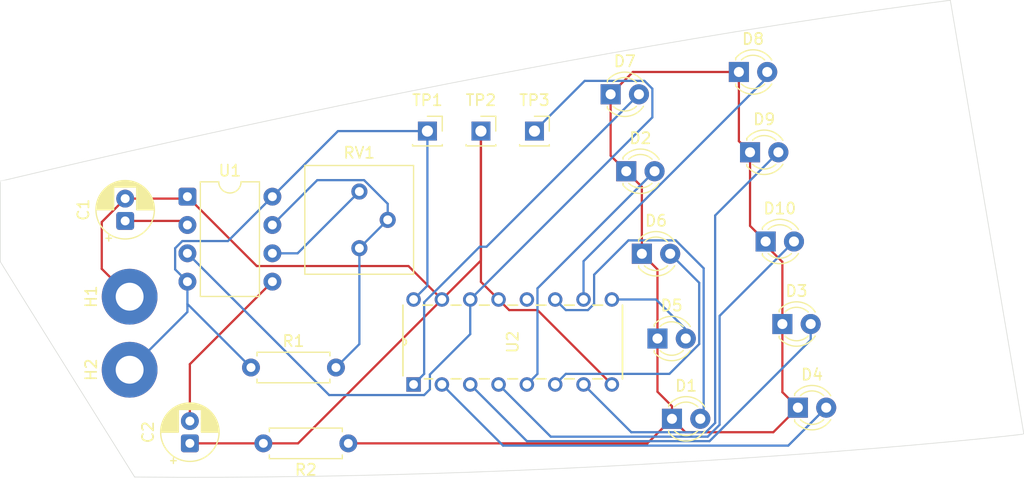
<source format=kicad_pcb>
(kicad_pcb (version 20241229) (generator "pcbnew") (generator_version "9.0")
  (layers (0 "F.Cu" signal) (2 "B.Cu" signal) (13 "F.Paste" user) (15 "B.Paste" user) (5 "F.SilkS" user "F.Silkscreen") (7 "B.SilkS" user "B.Silkscreen") (1 "F.Mask" user) (3 "B.Mask" user) (25 "Edge.Cuts" user))
  (net 0 "")
  (net 1 "TR")
  (net 2 "GND")
  (net 3 "Net-(U1-CV)")
  (net 4 "Net-(D1-A)")
  (net 5 "Net-(D1-K)")
  (net 6 "Net-(D2-A)")
  (net 7 "Net-(D3-A)")
  (net 8 "Net-(D4-A)")
  (net 9 "Net-(D5-A)")
  (net 10 "Net-(D6-A)")
  (net 11 "Net-(D7-A)")
  (net 12 "Net-(D8-A)")
  (net 13 "Net-(D9-A)")
  (net 14 "Net-(D10-A)")
  (net 15 "+5V")
  (net 16 "Net-(U1-DIS)")
  (net 17 "Net-(U1-THR)")
  (net 18 "OUT")
  (footprint "LED_THT:LED_D3.0mm" (layer "F.Cu") (at 162.93 90.9)
    (property "Reference" "D9" (at 1.27 -2.96 0) (layer "F.SilkS"))
    (property "Value" "LED")
    (pad "1" thru_hole rect (at 0 0) (size 1.8 1.8) (drill 0.9) (layers "*.Cu" "*.Mask") (net 5 "Net-(D1-K)"))
    (pad "2" thru_hole circle (at 2.54 0) (size 1.8 1.8) (drill 0.9) (layers "*.Cu" "*.Mask") (net 13 "Net-(D9-A)"))
  )
  (footprint "Connector_PinSocket_2.54mm:PinSocket_1x01_P2.54mm_Vertical" (layer "F.Cu") (at 138.8 89)
    (property "Reference" "TP2" (at 0 -2.77 0) (layer "F.SilkS"))
    (property "Value" "TestPoint")
    (pad "1" thru_hole rect (at 0 0) (size 1.7 1.7) (drill 1) (layers "*.Cu" "*.Mask") (net 2 "GND"))
  )
  (footprint "Resistor_THT:R_Axial_DIN0207_L6.3mm_D2.5mm_P7.62mm_Horizontal" (layer "F.Cu") (at 118.18 110.2)
    (property "Reference" "R1" (at 3.81 -2.37 0) (layer "F.SilkS"))
    (property "Value" "1k")
    (pad "1" thru_hole circle (at 0 0) (size 1.6 1.6) (drill 0.8) (layers "*.Cu" "*.Mask") (net 15 "+5V"))
    (pad "2" thru_hole circle (at 7.62 0) (size 1.6 1.6) (drill 0.8) (layers "*.Cu" "*.Mask") (net 16 "Net-(U1-DIS)"))
  )
  (footprint "Capacitor_THT:CP_Radial_D5.0mm_P2.00mm" (layer "F.Cu") (at 106.9 97.055112 90)
    (property "Reference" "C1" (at 1 -3.75 90) (layer "F.SilkS"))
    (property "Value" "1 uF")
    (pad "1" thru_hole roundrect (at 0 0 90) (size 1.6 1.6) (drill 0.8) (layers "*.Cu" "*.Mask") (roundrect_rratio 0.15625) (net 1 "TR"))
    (pad "2" thru_hole circle (at 2 0 90) (size 1.6 1.6) (drill 0.8) (layers "*.Cu" "*.Mask") (net 2 "GND"))
  )
  (footprint "LED_THT:LED_D3.0mm" (layer "F.Cu") (at 167.22 113.8)
    (property "Reference" "D4" (at 1.27 -2.96 0) (layer "F.SilkS"))
    (property "Value" "LED")
    (pad "1" thru_hole rect (at 0 0) (size 1.8 1.8) (drill 0.9) (layers "*.Cu" "*.Mask") (net 5 "Net-(D1-K)"))
    (pad "2" thru_hole circle (at 2.54 0) (size 1.8 1.8) (drill 0.9) (layers "*.Cu" "*.Mask") (net 8 "Net-(D4-A)"))
  )
  (footprint "LED_THT:LED_D3.0mm" (layer "F.Cu") (at 155.93 114.8)
    (property "Reference" "D1" (at 1.27 -2.96 0) (layer "F.SilkS"))
    (property "Value" "LED")
    (pad "1" thru_hole rect (at 0 0) (size 1.8 1.8) (drill 0.9) (layers "*.Cu" "*.Mask") (net 5 "Net-(D1-K)"))
    (pad "2" thru_hole circle (at 2.54 0) (size 1.8 1.8) (drill 0.9) (layers "*.Cu" "*.Mask") (net 4 "Net-(D1-A)"))
  )
  (footprint "Package_DIP:DIP-8_W7.62mm" (layer "F.Cu") (at 112.48 94.88)
    (property "Reference" "U1" (at 3.81 -2.33 0) (layer "F.SilkS"))
    (property "Value" "NE555P")
    (pad "1" thru_hole roundrect (at 0 0) (size 1.6 1.6) (drill 0.8) (layers "*.Cu" "*.Mask") (roundrect_rratio 0.15625) (net 2 "GND"))
    (pad "2" thru_hole circle (at 0 2.54) (size 1.6 1.6) (drill 0.8) (layers "*.Cu" "*.Mask") (net 1 "TR"))
    (pad "3" thru_hole circle (at 0 5.08) (size 1.6 1.6) (drill 0.8) (layers "*.Cu" "*.Mask") (net 18 "OUT"))
    (pad "4" thru_hole circle (at 0 7.62) (size 1.6 1.6) (drill 0.8) (layers "*.Cu" "*.Mask") (net 15 "+5V"))
    (pad "5" thru_hole circle (at 7.62 7.62) (size 1.6 1.6) (drill 0.8) (layers "*.Cu" "*.Mask") (net 3 "Net-(U1-CV)"))
    (pad "6" thru_hole circle (at 7.62 5.08) (size 1.6 1.6) (drill 0.8) (layers "*.Cu" "*.Mask") (net 17 "Net-(U1-THR)"))
    (pad "7" thru_hole circle (at 7.62 2.54) (size 1.6 1.6) (drill 0.8) (layers "*.Cu" "*.Mask") (net 16 "Net-(U1-DIS)"))
    (pad "8" thru_hole circle (at 7.62 0) (size 1.6 1.6) (drill 0.8) (layers "*.Cu" "*.Mask") (net 15 "+5V"))
  )
  (footprint "Potentiometer_THT:Potentiometer_Bourns_3386P_Vertical" (layer "F.Cu") (at 127.9 99.5)
    (property "Reference" "RV1" (at -0.015 -8.555 0) (layer "F.SilkS"))
    (property "Value" "50k")
    (pad "1" thru_hole circle (at 0 0) (size 1.44 1.44) (drill 0.8) (layers "*.Cu" "*.Mask") (net 16 "Net-(U1-DIS)"))
    (pad "2" thru_hole circle (at 2.54 -2.54) (size 1.44 1.44) (drill 0.8) (layers "*.Cu" "*.Mask") (net 16 "Net-(U1-DIS)"))
    (pad "3" thru_hole circle (at 0 -5.08) (size 1.44 1.44) (drill 0.8) (layers "*.Cu" "*.Mask") (net 17 "Net-(U1-THR)"))
  )
  (footprint "Connector_PinSocket_2.54mm:PinSocket_1x01_P2.54mm_Vertical" (layer "F.Cu") (at 143.6 89)
    (property "Reference" "TP3" (at 0 -2.77 0) (layer "F.SilkS"))
    (property "Value" "TestPoint")
    (pad "1" thru_hole rect (at 0 0) (size 1.7 1.7) (drill 1) (layers "*.Cu" "*.Mask") (net 18 "OUT"))
  )
  (footprint "LED_THT:LED_D3.0mm" (layer "F.Cu") (at 165.83 106.3)
    (property "Reference" "D3" (at 1.27 -2.96 0) (layer "F.SilkS"))
    (property "Value" "LED")
    (pad "1" thru_hole rect (at 0 0) (size 1.8 1.8) (drill 0.9) (layers "*.Cu" "*.Mask") (net 5 "Net-(D1-K)"))
    (pad "2" thru_hole circle (at 2.54 0) (size 1.8 1.8) (drill 0.9) (layers "*.Cu" "*.Mask") (net 7 "Net-(D3-A)"))
  )
  (footprint "LED_THT:LED_D3.0mm" (layer "F.Cu") (at 154.63 107.6)
    (property "Reference" "D5" (at 1.27 -2.96 0) (layer "F.SilkS"))
    (property "Value" "LED")
    (pad "1" thru_hole rect (at 0 0) (size 1.8 1.8) (drill 0.9) (layers "*.Cu" "*.Mask") (net 5 "Net-(D1-K)"))
    (pad "2" thru_hole circle (at 2.54 0) (size 1.8 1.8) (drill 0.9) (layers "*.Cu" "*.Mask") (net 9 "Net-(D5-A)"))
  )
  (footprint "LED_THT:LED_D3.0mm" (layer "F.Cu") (at 164.33 98.9)
    (property "Reference" "D10" (at 1.27 -2.96 0) (layer "F.SilkS"))
    (property "Value" "LED")
    (pad "1" thru_hole rect (at 0 0) (size 1.8 1.8) (drill 0.9) (layers "*.Cu" "*.Mask") (net 5 "Net-(D1-K)"))
    (pad "2" thru_hole circle (at 2.54 0) (size 1.8 1.8) (drill 0.9) (layers "*.Cu" "*.Mask") (net 14 "Net-(D10-A)"))
  )
  (footprint "MountingHole:MountingHole_2.5mm_Pad" (layer "F.Cu") (at 107.3 103.85 90)
    (property "Reference" "H1" (at 0 -3.45 90) (layer "F.SilkS"))
    (property "Value" "MountingHole_Pad")
    (pad "1" thru_hole circle (at 0 0 90) (size 5 5) (drill 2.5) (layers "*.Cu" "*.Mask") (net 2 "GND"))
  )
  (footprint "Connector_PinSocket_2.54mm:PinSocket_1x01_P2.54mm_Vertical" (layer "F.Cu") (at 134 89)
    (property "Reference" "TP1" (at 0 -2.77 0) (layer "F.SilkS"))
    (property "Value" "TestPoint")
    (pad "1" thru_hole rect (at 0 0) (size 1.7 1.7) (drill 1) (layers "*.Cu" "*.Mask") (net 15 "+5V"))
  )
  (footprint "Capacitor_THT:CP_Radial_D5.0mm_P2.00mm" (layer "F.Cu") (at 112.7 117 90)
    (property "Reference" "C2" (at 1 -3.75 90) (layer "F.SilkS"))
    (property "Value" "0.01 uF")
    (pad "1" thru_hole roundrect (at 0 0 90) (size 1.6 1.6) (drill 0.8) (layers "*.Cu" "*.Mask") (roundrect_rratio 0.15625) (net 2 "GND"))
    (pad "2" thru_hole circle (at 2 0 90) (size 1.6 1.6) (drill 0.8) (layers "*.Cu" "*.Mask") (net 3 "Net-(U1-CV)"))
  )
  (footprint "LED_THT:LED_D3.0mm" (layer "F.Cu") (at 151.83 92.6)
    (property "Reference" "D2" (at 1.27 -2.96 0) (layer "F.SilkS"))
    (property "Value" "LED")
    (pad "1" thru_hole rect (at 0 0) (size 1.8 1.8) (drill 0.9) (layers "*.Cu" "*.Mask") (net 5 "Net-(D1-K)"))
    (pad "2" thru_hole circle (at 2.54 0) (size 1.8 1.8) (drill 0.9) (layers "*.Cu" "*.Mask") (net 6 "Net-(D2-A)"))
  )
  (footprint "LED_THT:LED_D3.0mm" (layer "F.Cu") (at 153.23 100)
    (property "Reference" "D6" (at 1.27 -2.96 0) (layer "F.SilkS"))
    (property "Value" "LED")
    (pad "1" thru_hole rect (at 0 0) (size 1.8 1.8) (drill 0.9) (layers "*.Cu" "*.Mask") (net 5 "Net-(D1-K)"))
    (pad "2" thru_hole circle (at 2.54 0) (size 1.8 1.8) (drill 0.9) (layers "*.Cu" "*.Mask") (net 10 "Net-(D6-A)"))
  )
  (footprint "MountingHole:MountingHole_2.5mm_Pad" (layer "F.Cu") (at 107.3 110.4 90)
    (property "Reference" "H2" (at 0 -3.45 90) (layer "F.SilkS"))
    (property "Value" "MountingHole_Pad")
    (pad "1" thru_hole circle (at 0 0 90) (size 5 5) (drill 2.5) (layers "*.Cu" "*.Mask") (net 15 "+5V"))
  )
  (footprint "LED_THT:LED_D3.0mm" (layer "F.Cu") (at 150.43 85.7)
    (property "Reference" "D7" (at 1.27 -2.96 0) (layer "F.SilkS"))
    (property "Value" "LED")
    (pad "1" thru_hole rect (at 0 0) (size 1.8 1.8) (drill 0.9) (layers "*.Cu" "*.Mask") (net 5 "Net-(D1-K)"))
    (pad "2" thru_hole circle (at 2.54 0) (size 1.8 1.8) (drill 0.9) (layers "*.Cu" "*.Mask") (net 11 "Net-(D7-A)"))
  )
  (footprint "LED_THT:LED_D3.0mm" (layer "F.Cu") (at 161.93 83.7)
    (property "Reference" "D8" (at 1.27 -2.96 0) (layer "F.SilkS"))
    (property "Value" "LED")
    (pad "1" thru_hole rect (at 0 0) (size 1.8 1.8) (drill 0.9) (layers "*.Cu" "*.Mask") (net 5 "Net-(D1-K)"))
    (pad "2" thru_hole circle (at 2.54 0) (size 1.8 1.8) (drill 0.9) (layers "*.Cu" "*.Mask") (net 12 "Net-(D8-A)"))
  )
  (footprint "pretty]:N16" (layer "F.Cu") (at 150.54 104.1 90)
    (property "Reference" "U2" (at -3.81 -8.89 90) (layer "F.SilkS"))
    (property "Value" "4017")
    (pad "1" thru_hole rect (at -7.62 -17.78 90) (size 1.2954 1.2954) (drill 0.7874) (layers "*.Cu" "*.Mask") (net 11 "Net-(D7-A)"))
    (pad "2" thru_hole circle (at -7.62 -15.24 90) (size 1.2954 1.2954) (drill 0.7874) (layers "*.Cu" "*.Mask") (net 8 "Net-(D4-A)"))
    (pad "3" thru_hole circle (at -7.62 -12.7 90) (size 1.2954 1.2954) (drill 0.7874) (layers "*.Cu" "*.Mask") (net 7 "Net-(D3-A)"))
    (pad "4" thru_hole circle (at -7.62 -10.16 90) (size 1.2954 1.2954) (drill 0.7874) (layers "*.Cu" "*.Mask") (net 14 "Net-(D10-A)"))
    (pad "5" thru_hole circle (at -7.62 -7.62 90) (size 1.2954 1.2954) (drill 0.7874) (layers "*.Cu" "*.Mask") (net 6 "Net-(D2-A)"))
    (pad "6" thru_hole circle (at -7.62 -5.08 90) (size 1.2954 1.2954) (drill 0.7874) (layers "*.Cu" "*.Mask") (net 10 "Net-(D6-A)"))
    (pad "7" thru_hole circle (at -7.62 -2.54 90) (size 1.2954 1.2954) (drill 0.7874) (layers "*.Cu" "*.Mask") (net 13 "Net-(D9-A)"))
    (pad "8" thru_hole circle (at -7.62 0 90) (size 1.2954 1.2954) (drill 0.7874) (layers "*.Cu" "*.Mask") (net 2 "GND"))
    (pad "9" thru_hole circle (at 0 0 90) (size 1.2954 1.2954) (drill 0.7874) (layers "*.Cu" "*.Mask") (net 9 "Net-(D5-A)"))
    (pad "10" thru_hole circle (at 0 -2.54 90) (size 1.2954 1.2954) (drill 0.7874) (layers "*.Cu" "*.Mask") (net 12 "Net-(D8-A)"))
    (pad "11" thru_hole circle (at 0 -5.08 90) (size 1.2954 1.2954) (drill 0.7874) (layers "*.Cu" "*.Mask") (net 4 "Net-(D1-A)"))
    (pad "12" thru_hole circle (at 0 -7.62 90) (size 1.2954 1.2954) (drill 0.7874) (layers "*.Cu" "*.Mask"))
    (pad "13" thru_hole circle (at 0 -10.16 90) (size 1.2954 1.2954) (drill 0.7874) (layers "*.Cu" "*.Mask") (net 2 "GND"))
    (pad "14" thru_hole circle (at 0 -12.7 90) (size 1.2954 1.2954) (drill 0.7874) (layers "*.Cu" "*.Mask") (net 18 "OUT"))
    (pad "15" thru_hole circle (at 0 -15.24 90) (size 1.2954 1.2954) (drill 0.7874) (layers "*.Cu" "*.Mask") (net 2 "GND"))
    (pad "16" thru_hole circle (at 0 -17.78 90) (size 1.2954 1.2954) (drill 0.7874) (layers "*.Cu" "*.Mask") (net 15 "+5V"))
  )
  (footprint "Resistor_THT:R_Axial_DIN0207_L6.3mm_D2.5mm_P7.62mm_Horizontal" (layer "F.Cu") (at 126.91 117 180)
    (property "Reference" "R2" (at 3.81 -2.37 0) (layer "F.SilkS"))
    (property "Value" "470")
    (pad "1" thru_hole circle (at 0 0 180) (size 1.6 1.6) (drill 0.8) (layers "*.Cu" "*.Mask") (net 5 "Net-(D1-K)"))
    (pad "2" thru_hole circle (at 7.62 0 180) (size 1.6 1.6) (drill 0.8) (layers "*.Cu" "*.Mask") (net 2 "GND"))
  )
  (gr_curve (pts (xy 180.89 77.27) (xy 140.11 82.5) (xy 95.7 93.56) (xy 95.7 93.49)) (stroke (width 0.05)) (layer "Edge.Cuts"))
  (gr_curve (pts (xy 107.75 120.02) (xy 149.43 120.4) (xy 187.48 116.24) (xy 187.48 116.16)) (stroke (width 0.05)) (layer "Edge.Cuts"))
  (gr_curve (pts (xy 95.7 93.49) (xy 95.7 93.42) (xy 95.7 100.61) (xy 95.7 100.69)) (stroke (width 0.05)) (layer "Edge.Cuts"))
  (gr_curve (pts (xy 187.48 116.16) (xy 187.48 116.08) (xy 180.89 77.27) (xy 180.89 77.27)) (stroke (width 0.05)) (layer "Edge.Cuts"))
  (gr_curve (pts (xy 95.7 100.69) (xy 95.7 100.77) (xy 107.75 120.02) (xy 107.75 120.02)) (stroke (width 0.05)) (layer "Edge.Cuts"))
  (segment (start 106.9 97.055112) (end 112.115112 97.055112) (width 0.2) (layer "F.Cu") (net 1))
  (segment (start 112.115112 97.055112) (end 112.48 97.42) (width 0.2) (layer "F.Cu") (net 1))
  (segment (start 112.7 117) (end 119.29 117) (width 0.2) (layer "F.Cu") (net 2))
  (segment (start 140.38 104.1) (end 141.3287 105.0487) (width 0.2) (layer "F.Cu") (net 2))
  (segment (start 135.1 104.1) (end 135.1 103.6) (width 0.2) (layer "F.Cu") (net 2))
  (segment (start 135.3 104.1) (end 122.4 117) (width 0.2) (layer "F.Cu") (net 2))
  (segment (start 118.7 101.1) (end 132.3 101.1) (width 0.2) (layer "F.Cu") (net 2))
  (segment (start 104.800001 101.350001) (end 104.800001 97.155111) (width 0.2) (layer "F.Cu") (net 2))
  (segment (start 138.8 100.6) (end 135.3 104.1) (width 0.2) (layer "F.Cu") (net 2))
  (segment (start 138.8 89) (end 138.8 100.6) (width 0.2) (layer "F.Cu") (net 2))
  (segment (start 135.3 104.1) (end 135.1 104.1) (width 0.2) (layer "F.Cu") (net 2))
  (segment (start 143.8687 105.0487) (end 150.54 111.72) (width 0.2) (layer "F.Cu") (net 2))
  (segment (start 112.48 94.88) (end 118.7 101.1) (width 0.2) (layer "F.Cu") (net 2))
  (segment (start 112.304888 95.055112) (end 112.48 94.88) (width 0.2) (layer "F.Cu") (net 2))
  (segment (start 138.8 102.52) (end 140.38 104.1) (width 0.2) (layer "F.Cu") (net 2))
  (segment (start 132.3 101.1) (end 135.3 104.1) (width 0.2) (layer "F.Cu") (net 2))
  (segment (start 141.3287 105.0487) (end 143.8687 105.0487) (width 0.2) (layer "F.Cu") (net 2))
  (segment (start 138.8 89) (end 138.8 102.52) (width 0.2) (layer "F.Cu") (net 2))
  (segment (start 106.9 95.055112) (end 112.304888 95.055112) (width 0.2) (layer "F.Cu") (net 2))
  (segment (start 122.4 117) (end 119.29 117) (width 0.2) (layer "F.Cu") (net 2))
  (segment (start 107.3 103.85) (end 104.800001 101.350001) (width 0.2) (layer "F.Cu") (net 2))
  (segment (start 104.800001 97.155111) (end 106.9 95.055112) (width 0.2) (layer "F.Cu") (net 2))
  (segment (start 112.7 115) (end 112.7 109.9) (width 0.2) (layer "F.Cu") (net 3))
  (segment (start 119.6 102.5) (end 120.1 102.5) (width 0.2) (layer "F.Cu") (net 3))
  (segment (start 112.7 109.9) (end 120.1 102.5) (width 0.2) (layer "F.Cu") (net 3))
  (segment (start 148.9487 101.8793) (end 152.029 98.799) (width 0.2) (layer "B.Cu") (net 4))
  (segment (start 156.267471 98.799) (end 158.772 101.303529) (width 0.2) (layer "B.Cu") (net 4))
  (segment (start 148.392965 105.0487) (end 148.9487 104.492965) (width 0.2) (layer "B.Cu") (net 4))
  (segment (start 145.46 104.1) (end 146.4087 105.0487) (width 0.2) (layer "B.Cu") (net 4))
  (segment (start 146.4087 105.0487) (end 148.392965 105.0487) (width 0.2) (layer "B.Cu") (net 4))
  (segment (start 152.029 98.799) (end 156.267471 98.799) (width 0.2) (layer "B.Cu") (net 4))
  (segment (start 148.9487 104.492965) (end 148.9487 101.8793) (width 0.2) (layer "B.Cu") (net 4))
  (segment (start 158.772 101.303529) (end 158.772 114.498) (width 0.2) (layer "B.Cu") (net 4))
  (segment (start 158.772 114.498) (end 158.47 114.8) (width 0.2) (layer "B.Cu") (net 4))
  (segment (start 165.83 106.3) (end 165.83 112.41) (width 0.2) (layer "F.Cu") (net 5))
  (segment (start 161.93 89.9) (end 162.93 90.9) (width 0.2) (layer "F.Cu") (net 5))
  (segment (start 165.83 112.41) (end 167.22 113.8) (width 0.2) (layer "F.Cu") (net 5))
  (segment (start 162.93 97.5) (end 164.33 98.9) (width 0.2) (layer "F.Cu") (net 5))
  (segment (start 167.22 113.8) (end 165.019 116.001) (width 0.2) (layer "F.Cu") (net 5))
  (segment (start 164.33 99.23) (end 165.83 100.73) (width 0.2) (layer "F.Cu") (net 5))
  (segment (start 165.83 100.73) (end 165.83 106.3) (width 0.2) (layer "F.Cu") (net 5))
  (segment (start 150.43 91.2) (end 151.83 92.6) (width 0.2) (layer "F.Cu") (net 5))
  (segment (start 165.019 116.001) (end 157.131 116.001) (width 0.2) (layer "F.Cu") (net 5))
  (segment (start 162.93 90.9) (end 162.93 97.5) (width 0.2) (layer "F.Cu") (net 5))
  (segment (start 153.23 94) (end 151.83 92.6) (width 0.2) (layer "F.Cu") (net 5))
  (segment (start 164.33 98.9) (end 164.33 99.23) (width 0.2) (layer "F.Cu") (net 5))
  (segment (start 154.63 112.37) (end 154.63 107.6) (width 0.2) (layer "F.Cu") (net 5))
  (segment (start 153.23 100) (end 153.23 94) (width 0.2) (layer "F.Cu") (net 5))
  (segment (start 150.43 85.7) (end 150.43 91.2) (width 0.2) (layer "F.Cu") (net 5))
  (segment (start 155.93 114.8) (end 155.93 113.67) (width 0.2) (layer "F.Cu") (net 5))
  (segment (start 155.93 113.67) (end 154.63 112.37) (width 0.2) (layer "F.Cu") (net 5))
  (segment (start 150.43 85.7) (end 152.43 83.7) (width 0.2) (layer "F.Cu") (net 5))
  (segment (start 153.73 117) (end 155.93 114.8) (width 0.2) (layer "F.Cu") (net 5))
  (segment (start 161.93 83.7) (end 161.93 89.9) (width 0.2) (layer "F.Cu") (net 5))
  (segment (start 154.63 107.6) (end 154.63 101.4) (width 0.2) (layer "F.Cu") (net 5))
  (segment (start 154.63 101.4) (end 153.23 100) (width 0.2) (layer "F.Cu") (net 5))
  (segment (start 157.131 116.001) (end 155.93 114.8) (width 0.2) (layer "F.Cu") (net 5))
  (segment (start 126.91 117) (end 153.73 117) (width 0.2) (layer "F.Cu") (net 5))
  (segment (start 152.43 83.7) (end 161.93 83.7) (width 0.2) (layer "F.Cu") (net 5))
  (segment (start 143.8687 110.7713) (end 142.92 111.72) (width 0.2) (layer "B.Cu") (net 6))
  (segment (start 154.37 92.6) (end 143.8687 103.1013) (width 0.2) (layer "B.Cu") (net 6))
  (segment (start 143.8687 103.1013) (end 143.8687 110.7713) (width 0.2) (layer "B.Cu") (net 6))
  (segment (start 159.299671 116.803) (end 142.923 116.803) (width 0.2) (layer "B.Cu") (net 7))
  (segment (start 168.37 107.732671) (end 159.299671 116.803) (width 0.2) (layer "B.Cu") (net 7))
  (segment (start 142.923 116.803) (end 137.84 111.72) (width 0.2) (layer "B.Cu") (net 7))
  (segment (start 168.37 106.3) (end 168.37 107.732671) (width 0.2) (layer "B.Cu") (net 7))
  (segment (start 140.784 117.204) (end 135.3 111.72) (width 0.2) (layer "B.Cu") (net 8))
  (segment (start 169.76 113.8) (end 166.356 117.204) (width 0.2) (layer "B.Cu") (net 8))
  (segment (start 166.356 117.204) (end 140.784 117.204) (width 0.2) (layer "B.Cu") (net 8))
  (segment (start 157.7 107.3) (end 154.5 104.1) (width 0.2) (layer "B.Cu") (net 9))
  (segment (start 157.17 107.6) (end 157.4 107.6) (width 0.2) (layer "B.Cu") (net 9))
  (segment (start 157.4 107.6) (end 157.7 107.3) (width 0.2) (layer "B.Cu") (net 9))
  (segment (start 154.5 104.1) (end 150.54 104.1) (width 0.2) (layer "B.Cu") (net 9))
  (segment (start 158.371 108.097471) (end 155.697171 110.7713) (width 0.2) (layer "B.Cu") (net 10))
  (segment (start 155.697171 110.7713) (end 146.4087 110.7713) (width 0.2) (layer "B.Cu") (net 10))
  (segment (start 146.4087 110.7713) (end 145.46 111.72) (width 0.2) (layer "B.Cu") (net 10))
  (segment (start 158.371 102.601) (end 158.371 108.097471) (width 0.2) (layer "B.Cu") (net 10))
  (segment (start 155.77 100) (end 158.371 102.601) (width 0.2) (layer "B.Cu") (net 10))
  (segment (start 139.3 99.37) (end 138.688335 99.37) (width 0.2) (layer "B.Cu") (net 11))
  (segment (start 152.97 85.7) (end 139.3 99.37) (width 0.2) (layer "B.Cu") (net 11))
  (segment (start 133.7087 110.7713) (end 132.76 111.72) (width 0.2) (layer "B.Cu") (net 11))
  (segment (start 133.7087 104.349635) (end 133.7087 110.7713) (width 0.2) (layer "B.Cu") (net 11))
  (segment (start 138.688335 99.37) (end 133.7087 104.349635) (width 0.2) (layer "B.Cu") (net 11))
  (segment (start 164.47 84.198471) (end 164.47 83.7) (width 0.2) (layer "B.Cu") (net 12))
  (segment (start 148 104.1) (end 148 100.668471) (width 0.2) (layer "B.Cu") (net 12))
  (segment (start 148 100.668471) (end 164.47 84.198471) (width 0.2) (layer "B.Cu") (net 12))
  (segment (start 148 111.72) (end 148.22 111.72) (width 0.2) (layer "F.Cu") (net 13))
  (segment (start 148.22 111.72) (end 148.5 112) (width 0.2) (layer "F.Cu") (net 13))
  (segment (start 165.47 90.9) (end 159.801 96.569) (width 0.2) (layer "B.Cu") (net 13))
  (segment (start 152.281 116.001) (end 148 111.72) (width 0.2) (layer "B.Cu") (net 13))
  (segment (start 159.801 96.569) (end 159.801 115.167471) (width 0.2) (layer "B.Cu") (net 13))
  (segment (start 158.967471 116.001) (end 152.281 116.001) (width 0.2) (layer "B.Cu") (net 13))
  (segment (start 159.801 115.167471) (end 158.967471 116.001) (width 0.2) (layer "B.Cu") (net 13))
  (segment (start 160.202 115.333571) (end 159.133571 116.402) (width 0.2) (layer "B.Cu") (net 14))
  (segment (start 159.133571 116.402) (end 145.062 116.402) (width 0.2) (layer "B.Cu") (net 14))
  (segment (start 145.062 116.402) (end 140.38 111.72) (width 0.2) (layer "B.Cu") (net 14))
  (segment (start 166.87 98.9) (end 160.202 105.568) (width 0.2) (layer "B.Cu") (net 14))
  (segment (start 160.202 105.568) (end 160.202 115.333571) (width 0.2) (layer "B.Cu") (net 14))
  (segment (start 120.28 94.88) (end 120.4 95) (width 0.2) (layer "F.Cu") (net 15))
  (segment (start 112.48 104.5) (end 118.18 110.2) (width 0.2) (layer "B.Cu") (net 15))
  (segment (start 134 102.86) (end 132.76 104.1) (width 0.2) (layer "B.Cu") (net 15))
  (segment (start 107.3 110.4) (end 112.48 105.22) (width 0.2) (layer "B.Cu") (net 15))
  (segment (start 111.379 99.50395) (end 111.379 101.399) (width 0.2) (layer "B.Cu") (net 15))
  (segment (start 134 89) (end 134 102.86) (width 0.2) (layer "B.Cu") (net 15))
  (segment (start 112.02395 98.859) (end 111.379 99.50395) (width 0.2) (layer "B.Cu") (net 15))
  (segment (start 120.1 94.88) (end 116.121 98.859) (width 0.2) (layer "B.Cu") (net 15))
  (segment (start 116.121 98.859) (end 112.02395 98.859) (width 0.2) (layer "B.Cu") (net 15))
  (segment (start 111.379 101.399) (end 112.48 102.5) (width 0.2) (layer "B.Cu") (net 15))
  (segment (start 134 89) (end 125.98 89) (width 0.2) (layer "B.Cu") (net 15))
  (segment (start 112.48 105.22) (end 112.48 102.5) (width 0.2) (layer "B.Cu") (net 15))
  (segment (start 125.98 89) (end 120.1 94.88) (width 0.2) (layer "B.Cu") (net 15))
  (segment (start 130.44 95.516087) (end 130.44 96.96) (width 0.2) (layer "B.Cu") (net 16))
  (segment (start 128.322913 93.399) (end 130.44 95.516087) (width 0.2) (layer "B.Cu") (net 16))
  (segment (start 128 99.6) (end 128 99.7) (width 0.2) (layer "B.Cu") (net 16))
  (segment (start 124.121 93.399) (end 128.322913 93.399) (width 0.2) (layer "B.Cu") (net 16))
  (segment (start 127.9 99.5) (end 130.44 96.96) (width 0.2) (layer "B.Cu") (net 16))
  (segment (start 127.9 108.1) (end 125.8 110.2) (width 0.2) (layer "B.Cu") (net 16))
  (segment (start 127.9 99.5) (end 127.9 108.1) (width 0.2) (layer "B.Cu") (net 16))
  (segment (start 120.1 97.42) (end 124.121 93.399) (width 0.2) (layer "B.Cu") (net 16))
  (segment (start 120.1 99.96) (end 122.36 99.96) (width 0.2) (layer "B.Cu") (net 17))
  (segment (start 122.36 99.96) (end 127.9 94.42) (width 0.2) (layer "B.Cu") (net 17))
  (segment (start 137.84 107.2071) (end 134.22355 110.82355) (width 0.2) (layer "B.Cu") (net 18))
  (segment (start 154.171 87.769) (end 137.84 104.1) (width 0.2) (layer "B.Cu") (net 18))
  (segment (start 148.101 84.499) (end 153.467471 84.499) (width 0.2) (layer "B.Cu") (net 18))
  (segment (start 133.7087 112.6687) (end 125.1887 112.6687) (width 0.2) (layer "B.Cu") (net 18))
  (segment (start 137.84 104.1) (end 137.84 107.2071) (width 0.2) (layer "B.Cu") (net 18))
  (segment (start 143.6 89) (end 148.101 84.499) (width 0.2) (layer "B.Cu") (net 18))
  (segment (start 125.1887 112.6687) (end 112.48 99.96) (width 0.2) (layer "B.Cu") (net 18))
  (segment (start 154.171 85.202529) (end 154.171 87.769) (width 0.2) (layer "B.Cu") (net 18))
  (segment (start 153.467471 84.499) (end 154.171 85.202529) (width 0.2) (layer "B.Cu") (net 18))
  (segment (start 134.22355 110.82355) (end 134.22355 112.15385) (width 0.2) (layer "B.Cu") (net 18))
  (segment (start 143.8 88.8) (end 144 88.8) (width 0.2) (layer "B.Cu") (net 18))
  (segment (start 143.6 89) (end 143.8 88.8) (width 0.2) (layer "B.Cu") (net 18))
  (segment (start 134.22355 112.15385) (end 133.7087 112.6687) (width 0.2) (layer "B.Cu") (net 18))
)
</source>
